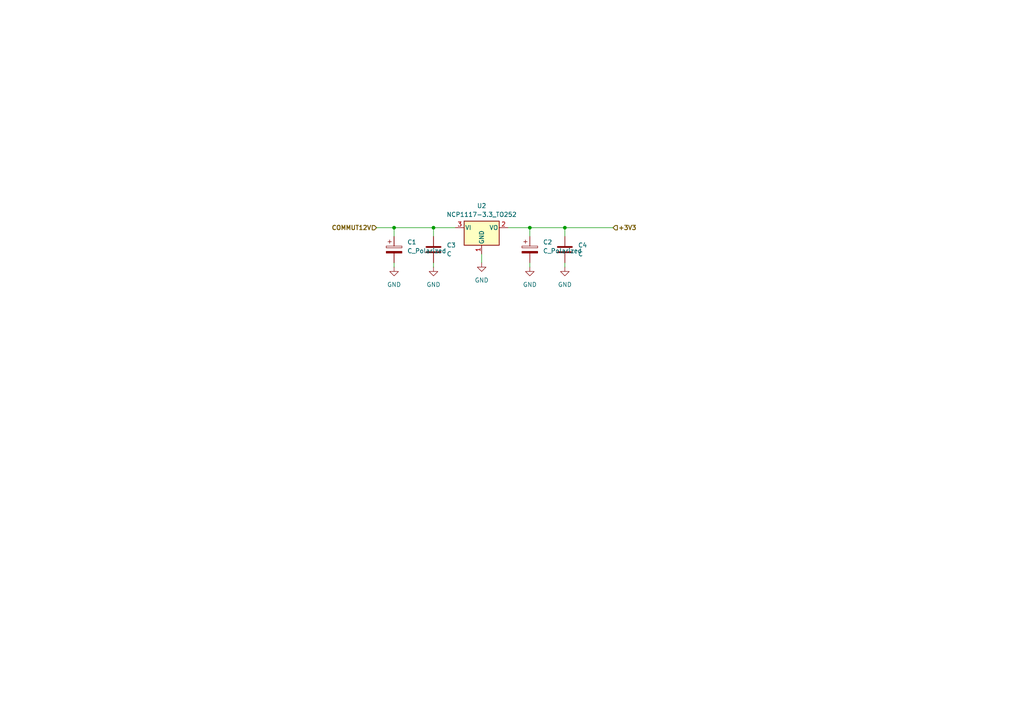
<source format=kicad_sch>
(kicad_sch (version 20231120) (generator "eeschema") (generator_version "8.0")
  (paper "A4")
  (title_block (title "JJK-144") (date "2024-10-04") (rev "V0-10") (company "F4DEB"))
  (lib_symbols
    (symbol "Device:C" (pin_numbers hide) (pin_names (offset 0.254))
      (property "Reference" "C" (at 0.635 2.54 0))
      (property "Value" "C" (at 0.635 -2.54 0))
      (symbol "C_0_1"
        (polyline (pts (xy -2.032 -0.762) (xy 2.032 -0.762)) (stroke (width 0.508)))
        (polyline (pts (xy -2.032 0.762) (xy 2.032 0.762)) (stroke (width 0.508)))
      )
      (symbol "C_1_1"
        (pin passive line (at 0 3.81 270) (length 2.794) (name "~") (number "1"))
        (pin passive line (at 0 -3.81 90) (length 2.794) (name "~") (number "2"))
      )
    )
    (symbol "Device:C_Polarized" (pin_numbers hide) (pin_names (offset 0.254))
      (property "Reference" "C" (at 0.635 2.54 0))
      (property "Value" "C_Polarized" (at 0.635 -2.54 0))
      (symbol "C_Polarized_0_1"
        (rectangle (start -2.286 0.508) (end 2.286 1.016))
        (polyline (pts (xy -1.778 2.286) (xy -0.762 2.286)))
        (polyline (pts (xy -1.27 2.794) (xy -1.27 1.778)))
        (rectangle (start 2.286 -0.508) (end -2.286 -1.016) (fill (type outline)))
      )
      (symbol "C_Polarized_1_1"
        (pin passive line (at 0 3.81 270) (length 2.794) (name "~") (number "1"))
        (pin passive line (at 0 -3.81 90) (length 2.794) (name "~") (number "2"))
      )
    )
    (symbol "Regulator_Linear:NCP1117-3.3_TO252" (pin_names (offset 0.254))
      (property "Reference" "U" (at -3.81 3.175 0))
      (property "Value" "NCP1117-3.3_TO252" (at 0 3.175 0))
      (symbol "NCP1117-3.3_TO252_0_1"
        (rectangle (start -5.08 1.905) (end 5.08 -5.08) (stroke (width 0.254)) (fill (type background)))
      )
      (symbol "NCP1117-3.3_TO252_1_1"
        (pin power_in line (at 0 -7.62 90) (length 2.54) (name "GND") (number "1"))
        (pin power_out line (at 7.62 0 180) (length 2.54) (name "VO") (number "2"))
        (pin power_in line (at -7.62 0 0) (length 2.54) (name "VI") (number "3"))
      )
    )
    (symbol "power:GND" (power) (pin_numbers hide) (pin_names (offset 0) hide)
      (property "Value" "GND" (at 0 -3.81 0))
      (symbol "GND_0_1"
        (polyline (pts (xy 0 0) (xy 0 -1.27) (xy 1.27 -1.27) (xy 0 -2.54) (xy -1.27 -1.27) (xy 0 -1.27)))
      )
      (symbol "GND_1_1"
        (pin power_in line (at 0 0 270) (length 0) (name "~") (number "1"))
      )
    )
  )
  (junction (at 114.3 66.04))
  (junction (at 163.83 66.04))
  (junction (at 125.73 66.04))
  (junction (at 153.67 66.04))
  (wire (pts (xy 125.73 66.04) (xy 132.08 66.04)))
  (wire (pts (xy 163.83 66.04) (xy 177.8 66.04)))
  (wire (pts (xy 114.3 76.2) (xy 114.3 77.47)))
  (wire (pts (xy 153.67 66.04) (xy 163.83 66.04)))
  (wire (pts (xy 114.3 68.58) (xy 114.3 66.04)))
  (wire (pts (xy 125.73 66.04) (xy 125.73 68.58)))
  (wire (pts (xy 125.73 76.2) (xy 125.73 77.47)))
  (wire (pts (xy 109.22 66.04) (xy 114.3 66.04)))
  (wire (pts (xy 163.83 66.04) (xy 163.83 68.58)))
  (wire (pts (xy 153.67 76.2) (xy 153.67 77.47)))
  (wire (pts (xy 153.67 66.04) (xy 153.67 68.58)))
  (wire (pts (xy 147.32 66.04) (xy 153.67 66.04)))
  (wire (pts (xy 114.3 66.04) (xy 125.73 66.04)))
  (wire (pts (xy 139.7 76.2) (xy 139.7 73.66)))
  (wire (pts (xy 163.83 76.2) (xy 163.83 77.47)))
  (hierarchical_label "+3V3" (shape input) (at 177.8 66.04 0) (effects (font (thickness 0.254) (bold yes))))
  (hierarchical_label "COMMUT12V" (shape input) (at 109.22 66.04 180) (effects (font (thickness 0.254) (bold yes))))
  (symbol (lib_id "power:GND") (at 139.7 76.2 0) (unit 1)
    (property "Reference" "#PWR08" (effects (hide yes)))
    (property "Value" "GND" (at 139.7 81.28 0))
    (property "Description" "Power symbol creates a global label with name \"GND\" , ground" (effects (hide yes)))
  )
  (symbol (lib_id "Device:C") (at 125.73 72.39 0) (unit 1)
    (property "Reference" "C3" (at 129.54 71.1199 0) (effects (justify left)))
    (property "Value" "C" (at 129.54 73.6599 0) (effects (justify left)))
    (property "Description" "Unpolarized capacitor" (effects (hide yes)))
  )
  (symbol (lib_id "Regulator_Linear:NCP1117-3.3_TO252") (at 139.7 66.04 0) (unit 1)
    (property "Reference" "U2" (at 139.7 59.69 0))
    (property "Value" "NCP1117-3.3_TO252" (at 139.7 62.23 0))
    (property "Footprint" "Package_TO_SOT_SMD:TO-252-2" (effects (hide yes)))
    (property "Datasheet" "http://www.onsemi.com/pub_link/Collateral/NCP1117-D.PDF" (effects (hide yes)))
    (property "Description" "1A Low drop-out regulator, Fixed Output 3.3V, TO-252 (DPAK)" (effects (hide yes)))
  )
  (symbol (lib_id "Device:C") (at 163.83 72.39 0) (unit 1)
    (property "Reference" "C4" (at 167.64 71.1199 0) (effects (justify left)))
    (property "Value" "C" (at 167.64 73.6599 0) (effects (justify left)))
    (property "Description" "Unpolarized capacitor" (effects (hide yes)))
  )
  (symbol (lib_id "power:GND") (at 125.73 77.47 0) (unit 1)
    (property "Reference" "#PWR09" (effects (hide yes)))
    (property "Value" "GND" (at 125.73 82.55 0))
    (property "Description" "Power symbol creates a global label with name \"GND\" , ground" (effects (hide yes)))
  )
  (symbol (lib_id "power:GND") (at 114.3 77.47 0) (unit 1)
    (property "Reference" "#PWR05" (effects (hide yes)))
    (property "Value" "GND" (at 114.3 82.55 0))
    (property "Description" "Power symbol creates a global label with name \"GND\" , ground" (effects (hide yes)))
  )
  (symbol (lib_id "power:GND") (at 153.67 77.47 0) (unit 1)
    (property "Reference" "#PWR06" (effects (hide yes)))
    (property "Value" "GND" (at 153.67 82.55 0))
    (property "Description" "Power symbol creates a global label with name \"GND\" , ground" (effects (hide yes)))
  )
  (symbol (lib_id "Device:C_Polarized") (at 153.67 72.39 0) (unit 1)
    (property "Reference" "C2" (at 157.48 70.2309 0) (effects (justify left)))
    (property "Value" "C_Polarized" (at 157.48 72.7709 0) (effects (justify left)))
    (property "Description" "Polarized capacitor" (effects (hide yes)))
  )
  (symbol (lib_id "power:GND") (at 163.83 77.47 0) (unit 1)
    (property "Reference" "#PWR07" (effects (hide yes)))
    (property "Value" "GND" (at 163.83 82.55 0))
    (property "Description" "Power symbol creates a global label with name \"GND\" , ground" (effects (hide yes)))
  )
  (symbol (lib_id "Device:C_Polarized") (at 114.3 72.39 0) (unit 1)
    (property "Reference" "C1" (at 118.11 70.2309 0) (effects (justify left)))
    (property "Value" "C_Polarized" (at 118.11 72.7709 0) (effects (justify left)))
    (property "Description" "Polarized capacitor" (effects (hide yes)))
  )
)
</source>
